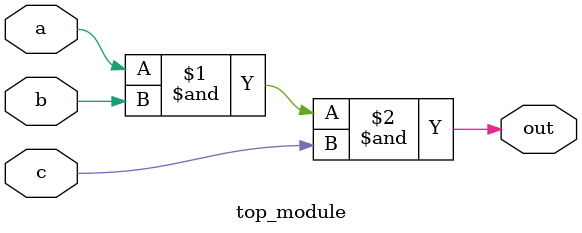
<source format=sv>
module top_module(
	input a, 
	input b,
	input c,
	output out
);
	assign out = a & b & c;
endmodule

</source>
